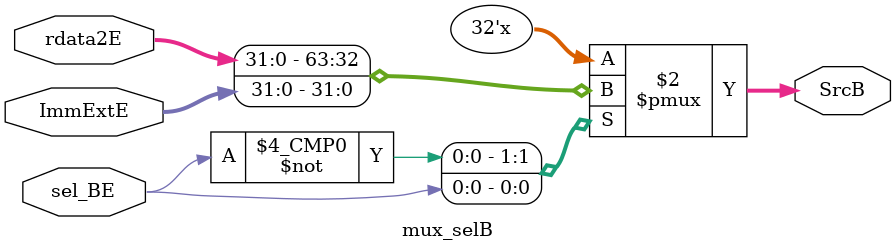
<source format=sv>
module mux_selB (
    input logic         sel_BE, //from controller
    input logic  [31:0] ImmExtE,rdata2E,
    output logic [31:0] SrcB
);

always_comb begin 
    case (sel_BE)
       1'b0 : SrcB = rdata2E;
       1'b1 : SrcB = ImmExtE;
    endcase
    
end
    
endmodule


</source>
